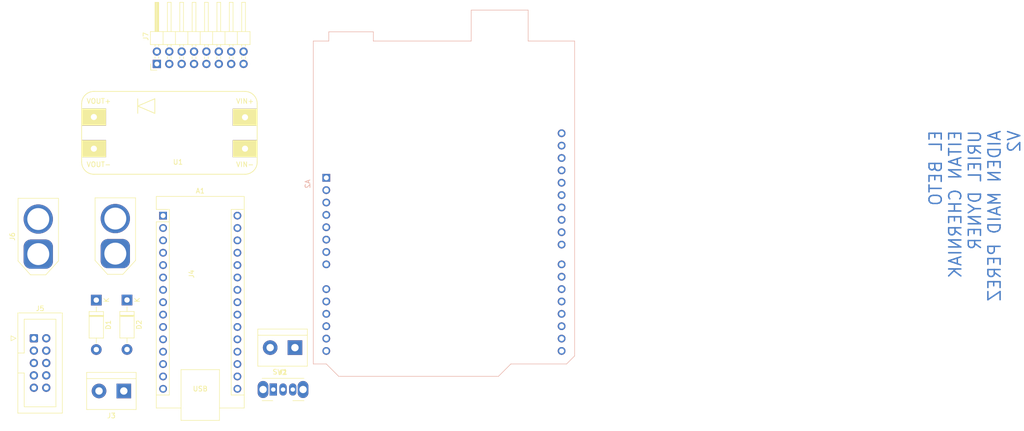
<source format=kicad_pcb>
(kicad_pcb (version 20240108) (generator "pcbnew") (generator_version "8.0")
  (layers (0 "F.Cu" signal) (31 "B.Cu" signal) (34 "B.Paste" user) (35 "F.Paste" user) (36 "B.SilkS" user "B.Silkscreen") (37 "F.SilkS" user "F.Silkscreen") (38 "B.Mask" user) (39 "F.Mask" user) (44 "Edge.Cuts" user))
  (net 0 "")
  (net 1 "AIN2 MONSTER SHIELD")
  (net 3 "ECHO 1")
  (net 5 "ECHO 3")
  (net 9 "ECHO 2")
  (net 10 "GND")
  (net 11 "TRIG 2")
  (net 12 "VIN")
  (net 13 "AIN1 MONSTER SHIELD")
  (net 14 "TRIG 3")
  (net 15 "BIN 2 MONSTER SHIELD")
  (net 16 "TRIG 1")
  (net 17 "BIN 1 MONSTER SHIELD")
  (net 18 "+5V")
  (net 19 "PWM A MONSTER SHIELD")
  (net 20 "PWM B MONSTER SHIELD")
  (net 21 "Earth")
  (net 22 "LED3")
  (net 26 "LED1")
  (net 33 "BTN2")
  (net 34 "LED2")
  (net 37 "BTN1")
  (net 41 "LED4")
  (net 44 "Net-(D1-A)")
  (net 50 "CNY 2")
  (net 51 "Entroda V Botones")
  (net 52 "Net-(J2-Pin_1)")
  (net 53 "Net-(J2-Pin_2)")
  (net 54 "CNY 1")
  (net 55 "Net-(D1-K)")
  (net 56 "MOTORES")
  (net 59 "TRIG 4")
  (net 61 "ECHO 5")
  (net 62 "CNY 3")
  (net 63 "ECHO 4")
  (net 64 "TRIG 5")
  (footprint "Connector_PinHeader_2.54mm:PinHeader_2x08_P2.54mm_Horizontal" (layer "F.Cu") (at 96.125 18.95 90)
    (property "Reference" "J7" (at 5.655 -2.27 270) (layer "F.SilkS"))
    (property "Value" "Conexion Sensores")
    (fp_line (start 6.64 -1.33) (end 3.98 -1.33) (stroke (width 0.12)) (layer "F.SilkS"))
    (fp_line (start 3.98 -1.33) (end 3.98 19.11) (stroke (width 0.12)) (layer "F.SilkS"))
    (fp_line (start -1.27 -1.27) (end 0 -1.27) (stroke (width 0.12)) (layer "F.SilkS"))
    (fp_line (start 12.64 -0.38) (end 12.64 0.38) (stroke (width 0.12)) (layer "F.SilkS"))
    (fp_line (start 6.64 -0.38) (end 12.64 -0.38) (stroke (width 0.12)) (layer "F.SilkS"))
    (fp_line (start 3.582929 -0.38) (end 3.98 -0.38) (stroke (width 0.12)) (layer "F.SilkS"))
    (fp_line (start 1.11 -0.38) (end 1.497071 -0.38) (stroke (width 0.12)) (layer "F.SilkS"))
    (fp_line (start 6.64 -0.32) (end 12.64 -0.32) (stroke (width 0.12)) (layer "F.SilkS"))
    (fp_line (start 6.64 -0.2) (end 12.64 -0.2) (stroke (width 0.12)) (layer "F.SilkS"))
    (fp_line (start 6.64 -0.08) (end 12.64 -0.08) (stroke (width 0.12)) (layer "F.SilkS"))
    (fp_line (start -1.27 0) (end -1.27 -1.27) (stroke (width 0.12)) (layer "F.SilkS"))
    (fp_line (start 6.64 0.04) (end 12.64 0.04) (stroke (width 0.12)) (layer "F.SilkS"))
    (fp_line (start 6.64 0.16) (end 12.64 0.16) (stroke (width 0.12)) (layer "F.SilkS"))
    (fp_line (start 6.64 0.28) (end 12.64 0.28) (stroke (width 0.12)) (layer "F.SilkS"))
    (fp_line (start 12.64 0.38) (end 6.64 0.38) (stroke (width 0.12)) (layer "F.SilkS"))
    (fp_line (start 3.582929 0.38) (end 3.98 0.38) (stroke (width 0.12)) (layer "F.SilkS"))
    (fp_line (start 1.11 0.38) (end 1.497071 0.38) (stroke (width 0.12)) (layer "F.SilkS"))
    (fp_line (start 3.98 1.27) (end 6.64 1.27) (stroke (width 0.12)) (layer "F.SilkS"))
    (fp_line (start 12.64 2.16) (end 12.64 2.92) (stroke (width 0.12)) (layer "F.SilkS"))
    (fp_line (start 6.64 2.16) (end 12.64 2.16) (stroke (width 0.12)) (layer "F.SilkS"))
    (fp_line (start 3.582929 2.16) (end 3.98 2.16) (stroke (width 0.12)) (layer "F.SilkS"))
    (fp_line (start 1.042929 2.16) (end 1.497071 2.16) (stroke (width 0.12)) (layer "F.SilkS"))
    (fp_line (start 12.64 2.92) (end 6.64 2.92) (stroke (width 0.12)) (layer "F.SilkS"))
    (fp_line (start 3.582929 2.92) (end 3.98 2.92) (stroke (width 0.12)) (layer "F.SilkS"))
    (fp_line (start 1.042929 2.92) (end 1.497071 2.92) (stroke (width 0.12)) (layer "F.SilkS"))
    (fp_line (start 3.98 3.81) (end 6.64 3.81) (stroke (width 0.12)) (layer "F.SilkS"))
    (fp_line (start 12.64 4.7) (end 12.64 5.46) (stroke (width 0.12)) (layer "F.SilkS"))
    (fp_line (start 6.64 4.7) (end 12.64 4.7) (stroke (width 0.12)) (layer "F.SilkS"))
    (fp_line (start 3.582929 4.7) (end 3.98 4.7) (stroke (width 0.12)) (layer "F.SilkS"))
    (fp_line (start 1.042929 4.7) (end 1.497071 4.7) (stroke (width 0.12)) (layer "F.SilkS"))
    (fp_line (start 12.64 5.46) (end 6.64 5.46) (stroke (width 0.12)) (layer "F.SilkS"))
    (fp_line (start 3.582929 5.46) (end 3.98 5.46) (stroke (width 0.12)) (layer "F.SilkS"))
    (fp_line (start 1.042929 5.46) (end 1.497071 5.46) (stroke (width 0.12)) (layer "F.SilkS"))
    (fp_line (start 3.98 6.35) (end 6.64 6.35) (stroke (width 0.12)) (layer "F.SilkS"))
    (fp_line (start 12.64 7.24) (end 12.64 8) (stroke (width 0.12)) (layer "F.SilkS"))
    (fp_line (start 6.64 7.24) (end 12.64 7.24) (stroke (width 0.12)) (layer "F.SilkS"))
    (fp_line (start 3.582929 7.24) (end 3.98 7.24) (stroke (width 0.12)) (layer "F.SilkS"))
    (fp_line (start 1.042929 7.24) (end 1.497071 7.24) (stroke (width 0.12)) (layer "F.SilkS"))
    (fp_line (start 12.64 8) (end 6.64 8) (stroke (width 0.12)) (layer "F.SilkS"))
    (fp_line (start 3.582929 8) (end 3.98 8) (stroke (width 0.12)) (layer "F.SilkS"))
    (fp_line (start 1.042929 8) (end 1.497071 8) (stroke (width 0.12)) (layer "F.SilkS"))
    (fp_line (start 3.98 8.89) (end 6.64 8.89) (stroke (width 0.12)) (layer "F.SilkS"))
    (fp_line (start 12.64 9.78) (end 12.64 10.54) (stroke (width 0.12)) (layer "F.SilkS"))
    (fp_line (start 6.64 9.78) (end 12.64 9.78) (stroke (width 0.12)) (layer "F.SilkS"))
    (fp_line (start 3.582929 9.78) (end 3.98 9.78) (stroke (width 0.12)) (layer "F.SilkS"))
    (fp_line (start 1.042929 9.78) (end 1.497071 9.78) (stroke (width 0.12)) (layer "F.SilkS"))
    (fp_line (start 12.64 10.54) (end 6.64 10.54) (stroke (width 0.12)) (layer "F.SilkS"))
    (fp_line (start 3.582929 10.54) (end 3.98 10.54) (stroke (width 0.12)) (layer "F.SilkS"))
    (fp_line (start 1.042929 10.54) (end 1.497071 10.54) (stroke (width 0.12)) (layer "F.SilkS"))
    (fp_line (start 3.98 11.43) (end 6.64 11.43) (stroke (width 0.12)) (layer "F.SilkS"))
    (fp_line (start 12.64 12.32) (end 12.64 13.08) (stroke (width 0.12)) (layer "F.SilkS"))
    (fp_line (start 6.64 12.32) (end 12.64 12.32) (stroke (width 0.12)) (layer "F.SilkS"))
    (fp_line (start 3.582929 12.32) (end 3.98 12.32) (stroke (width 0.12)) (layer "F.SilkS"))
    (fp_line (start 1.042929 12.32) (end 1.497071 12.32) (stroke (width 0.12)) (layer "F.SilkS"))
    (fp_line (start 12.64 13.08) (end 6.64 13.08) (stroke (width 0.12)) (layer "F.SilkS"))
    (fp_line (start 3.582929 13.08) (end 3.98 13.08) (stroke (width 0.12)) (layer "F.SilkS"))
    (fp_line (start 1.042929 13.08) (end 1.497071 13.08) (stroke (width 0.12)) (layer "F.SilkS"))
    (fp_line (start 3.98 13.97) (end 6.64 13.97) (stroke (width 0.12)) (layer "F.SilkS"))
    (fp_line (start 12.64 14.86) (end 12.64 15.62) (stroke (width 0.12)) (layer "F.SilkS"))
    (fp_line (start 6.64 14.86) (end 12.64 14.86) (stroke (width 0.12)) (layer "F.SilkS"))
    (fp_line (start 3.582929 14.86) (end 3.98 14.86) (stroke (width 0.12)) (layer "F.SilkS"))
    (fp_line (start 1.042929 14.86) (end 1.497071 14.86) (stroke (width 0.12)) (layer "F.SilkS"))
    (fp_line (start 12.64 15.62) (end 6.64 15.62) (stroke (width 0.12)) (layer "F.SilkS"))
    (fp_line (start 3.582929 15.62) (end 3.98 15.62) (stroke (width 0.12)) (layer "F.SilkS"))
    (fp_line (start 1.042929 15.62) (end 1.497071 15.62) (stroke (width 0.12)) (layer "F.SilkS"))
    (fp_line (start 3.98 16.51) (end 6.64 16.51) (stroke (width 0.12)) (layer "F.SilkS"))
    (fp_line (start 12.64 17.4) (end 12.64 18.16) (stroke (width 0.12)) (layer "F.SilkS"))
    (fp_line (start 6.64 17.4) (end 12.64 17.4) (stroke (width 0.12)) (layer "F.SilkS"))
    (fp_line (start 3.582929 17.4) (end 3.98 17.4) (stroke (width 0.12)) (layer "F.SilkS"))
    (fp_line (start 1.042929 17.4) (end 1.497071 17.4) (stroke (width 0.12)) (layer "F.SilkS"))
    (fp_line (start 12.64 18.16) (end 6.64 18.16) (stroke (width 0.12)) (layer "F.SilkS"))
    (fp_line (start 3.582929 18.16) (end 3.98 18.16) (stroke (width 0.12)) (layer "F.SilkS"))
    (fp_line (start 1.042929 18.16) (end 1.497071 18.16) (stroke (width 0.12)) (layer "F.SilkS"))
    (fp_line (start 6.64 19.11) (end 6.64 -1.33) (stroke (width 0.12)) (layer "F.SilkS"))
    (fp_line (start 3.98 19.11) (end 6.64 19.11) (stroke (width 0.12)) (layer "F.SilkS"))
    (pad "1" thru_hole rect (at 0 0 90) (size 1.7 1.7) (drill 1) (layers "*.Cu" "*.Mask") (net 10 "GND"))
    (pad "2" thru_hole oval (at 2.54 0 90) (size 1.7 1.7) (drill 1) (layers "*.Cu" "*.Mask") (net 16 "TRIG 1"))
    (pad "3" thru_hole oval (at 0 2.54 90) (size 1.7 1.7) (drill 1) (layers "*.Cu" "*.Mask") (net 3 "ECHO 1"))
    (pad "4" thru_hole oval (at 2.54 2.54 90) (size 1.7 1.7) (drill 1) (layers "*.Cu" "*.Mask") (net 11 "TRIG 2"))
    (pad "5" thru_hole oval (at 0 5.08 90) (size 1.7 1.7) (drill 1) (layers "*.Cu" "*.Mask") (net 9 "ECHO 2"))
    (pad "6" thru_hole oval (at 2.54 5.08 90) (size 1.7 1.7) (drill 1) (layers "*.Cu" "*.Mask") (net 5 "ECHO 3"))
    (pad "7" thru_hole oval (at 0 7.62 90) (size 1.7 1.7) (drill 1) (layers "*.Cu" "*.Mask") (net 14 "TRIG 3"))
    (pad "8" thru_hole oval (at 2.54 7.62 90) (size 1.7 1.7) (drill 1) (layers "*.Cu" "*.Mask"))
    (pad "9" thru_hole oval (at 0 10.16 90) (size 1.7 1.7) (drill 1) (layers "*.Cu" "*.Mask") (net 63 "ECHO 4"))
    (pad "10" thru_hole oval (at 2.54 10.16 90) (size 1.7 1.7) (drill 1) (layers "*.Cu" "*.Mask") (net 59 "TRIG 4"))
    (pad "11" thru_hole oval (at 0 12.7 90) (size 1.7 1.7) (drill 1) (layers "*.Cu" "*.Mask") (net 61 "ECHO 5"))
    (pad "12" thru_hole oval (at 2.54 12.7 90) (size 1.7 1.7) (drill 1) (layers "*.Cu" "*.Mask") (net 64 "TRIG 5"))
    (pad "13" thru_hole oval (at 0 15.24 90) (size 1.7 1.7) (drill 1) (layers "*.Cu" "*.Mask") (net 62 "CNY 3"))
    (pad "14" thru_hole oval (at 2.54 15.24 90) (size 1.7 1.7) (drill 1) (layers "*.Cu" "*.Mask") (net 50 "CNY 2"))
    (pad "15" thru_hole oval (at 0 17.78 90) (size 1.7 1.7) (drill 1) (layers "*.Cu" "*.Mask") (net 54 "CNY 1"))
    (pad "16" thru_hole oval (at 2.54 17.78 90) (size 1.7 1.7) (drill 1) (layers "*.Cu" "*.Mask") (net 18 "+5V"))
  )
  (footprint "Connector_AMASS:AMASS_XT60-M_1x02_P7.20mm_Vertical" (layer "F.Cu") (at 87.6 57.9 90)
    (property "Reference" "J4" (at -4.18 15.64 -90) (layer "F.SilkS"))
    (property "Value" "Power Input 2")
    (fp_line (start 11.45 -4.15) (end -1.4 -4.15) (stroke (width 0.12)) (layer "F.SilkS"))
    (fp_line (start -1.4 -4.15) (end -4.25 -1.6) (stroke (width 0.12)) (layer "F.SilkS"))
    (fp_line (start -4.25 -1.6) (end -4.25 1.55) (stroke (width 0.12)) (layer "F.SilkS"))
    (fp_line (start -4.25 1.55) (end -1.4 4.15) (stroke (width 0.12)) (layer "F.SilkS"))
    (fp_line (start 11.45 4.15) (end 11.45 -4.15) (stroke (width 0.12)) (layer "F.SilkS"))
    (fp_line (start -1.4 4.15) (end 11.45 4.15) (stroke (width 0.12)) (layer "F.SilkS"))
    (pad "1" thru_hole roundrect (at 0 0 90) (size 6 6) (drill 4.5) (layers "*.Cu" "*.Mask") (net 44 "Net-(D1-A)"))
    (pad "2" thru_hole circle (at 7.2 0 90) (size 6 6) (drill 4.5) (layers "*.Cu" "*.Mask") (net 10 "GND"))
  )
  (footprint "Connector_AMASS:AMASS_XT60-M_1x02_P7.20mm_Vertical" (layer "F.Cu") (at 71.8 58 90)
    (property "Reference" "J6" (at 3.6 -5.3 270) (layer "F.SilkS"))
    (property "Value" "Power Input 1")
    (fp_line (start 11.45 -4.15) (end -1.4 -4.15) (stroke (width 0.12)) (layer "F.SilkS"))
    (fp_line (start -1.4 -4.15) (end -4.25 -1.6) (stroke (width 0.12)) (layer "F.SilkS"))
    (fp_line (start -4.25 -1.6) (end -4.25 1.55) (stroke (width 0.12)) (layer "F.SilkS"))
    (fp_line (start -4.25 1.55) (end -1.4 4.15) (stroke (width 0.12)) (layer "F.SilkS"))
    (fp_line (start 11.45 4.15) (end 11.45 -4.15) (stroke (width 0.12)) (layer "F.SilkS"))
    (fp_line (start -1.4 4.15) (end 11.45 4.15) (stroke (width 0.12)) (layer "F.SilkS"))
    (pad "1" thru_hole roundrect (at 0 0 90) (size 6 6) (drill 4.5) (layers "*.Cu" "*.Mask") (net 44 "Net-(D1-A)"))
    (pad "2" thru_hole circle (at 7.2 0 90) (size 6 6) (drill 4.5) (layers "*.Cu" "*.Mask") (net 10 "GND"))
  )
  (footprint "Diode_THT:D_DO-41_SOD81_P10.16mm_Horizontal" (layer "F.Cu") (at 83.7 67.44 -90)
    (property "Reference" "D1" (at 5.08 -2.47 90) (layer "F.SilkS"))
    (property "Value" "1N4007")
    (fp_line (start 2.36 1.47) (end 7.8 1.47) (stroke (width 0.12)) (layer "F.SilkS"))
    (fp_line (start 7.8 1.47) (end 7.8 -1.47) (stroke (width 0.12)) (layer "F.SilkS"))
    (fp_line (start 1.34 0) (end 2.36 0) (stroke (width 0.12)) (layer "F.SilkS"))
    (fp_line (start 8.82 0) (end 7.8 0) (stroke (width 0.12)) (layer "F.SilkS"))
    (fp_line (start 2.36 -1.47) (end 2.36 1.47) (stroke (width 0.12)) (layer "F.SilkS"))
    (fp_line (start 3.14 -1.47) (end 3.14 1.47) (stroke (width 0.12)) (layer "F.SilkS"))
    (fp_line (start 3.26 -1.47) (end 3.26 1.47) (stroke (width 0.12)) (layer "F.SilkS"))
    (fp_line (start 3.38 -1.47) (end 3.38 1.47) (stroke (width 0.12)) (layer "F.SilkS"))
    (fp_line (start 7.8 -1.47) (end 2.36 -1.47) (stroke (width 0.12)) (layer "F.SilkS"))
    (fp_text user "K" (at 0 -2.1 90) (layer "F.SilkS"))
    (pad "1" thru_hole rect (at 0 0 270) (size 2.2 2.2) (drill 1.1) (layers "*.Cu" "*.Mask") (net 55 "Net-(D1-K)"))
    (pad "2" thru_hole oval (at 10.16 0 270) (size 2.2 2.2) (drill 1.1) (layers "*.Cu" "*.Mask") (net 44 "Net-(D1-A)"))
  )
  (footprint "Connector_IDC:IDC-Header_2x05_P2.54mm_Vertical" (layer "F.Cu") (at 70.9 75.28)
    (property "Reference" "J5" (at 1.27 -6.1 360) (layer "F.SilkS"))
    (property "Value" "IDC Placa Botones")
    (fp_line (start -4.68 -0.5) (end -4.68 0.5) (stroke (width 0.12)) (layer "F.SilkS"))
    (fp_line (start -4.68 0.5) (end -3.68 0) (stroke (width 0.12)) (layer "F.SilkS"))
    (fp_line (start -3.68 0) (end -4.68 -0.5) (stroke (width 0.12)) (layer "F.SilkS"))
    (fp_line (start -3.29 -5.21) (end 5.83 -5.21) (stroke (width 0.12)) (layer "F.SilkS"))
    (fp_line (start -3.29 3.03) (end -1.98 3.03) (stroke (width 0.12)) (layer "F.SilkS"))
    (fp_line (start -3.29 15.37) (end -3.29 -5.21) (stroke (width 0.12)) (layer "F.SilkS"))
    (fp_line (start -1.98 -3.91) (end 4.52 -3.91) (stroke (width 0.12)) (layer "F.SilkS"))
    (fp_line (start -1.98 3.03) (end -1.98 -3.91) (stroke (width 0.12)) (layer "F.SilkS"))
    (fp_line (start -1.98 7.13) (end -3.29 7.13) (stroke (width 0.12)) (layer "F.SilkS"))
    (fp_line (start -1.98 7.13) (end -1.98 7.13) (stroke (width 0.12)) (layer "F.SilkS"))
    (fp_line (start -1.98 14.07) (end -1.98 7.13) (stroke (width 0.12)) (layer "F.SilkS"))
    (fp_line (start 4.52 -3.91) (end 4.52 14.07) (stroke (width 0.12)) (layer "F.SilkS"))
    (fp_line (start 4.52 14.07) (end -1.98 14.07) (stroke (width 0.12)) (layer "F.SilkS"))
    (fp_line (start 5.83 -5.21) (end 5.83 15.37) (stroke (width 0.12)) (layer "F.SilkS"))
    (fp_line (start 5.83 15.37) (end -3.29 15.37) (stroke (width 0.12)) (layer "F.SilkS"))
    (pad "1" thru_hole roundrect (at 0 0) (size 1.7 1.7) (drill 1) (layers "*.Cu" "*.Mask") (roundrect_rratio 0.147059) (net 26 "LED1"))
    (pad "2" thru_hole circle (at 2.54 0) (size 1.7 1.7) (drill 1) (layers "*.Cu" "*.Mask") (net 34 "LED2"))
    (pad "3" thru_hole circle (at 0 2.54) (size 1.7 1.7) (drill 1) (layers "*.Cu" "*.Mask") (net 10 "GND"))
    (pad "4" thru_hole circle (at 2.54 2.54) (size 1.7 1.7) (drill 1) (layers "*.Cu" "*.Mask") (net 22 "LED3"))
    (pad "5" thru_hole circle (at 0 5.08) (size 1.7 1.7) (drill 1) (layers "*.Cu" "*.Mask") (net 33 "BTN2"))
    (pad "6" thru_hole circle (at 2.54 5.08) (size 1.7 1.7) (drill 1) (layers "*.Cu" "*.Mask") (net 41 "LED4"))
    (pad "7" thru_hole circle (at 0 7.62) (size 1.7 1.7) (drill 1) (layers "*.Cu" "*.Mask") (net 37 "BTN1"))
    (pad "8" thru_hole circle (at 2.54 7.62) (size 1.7 1.7) (drill 1) (layers "*.Cu" "*.Mask"))
    (pad "9" thru_hole circle (at 0 10.16) (size 1.7 1.7) (drill 1) (layers "*.Cu" "*.Mask"))
    (pad "10" thru_hole circle (at 2.54 10.16) (size 1.7 1.7) (drill 1) (layers "*.Cu" "*.Mask"))
  )
  (footprint "Module:Arduino_Nano" (layer "F.Cu") (at 97.4 50.1)
    (property "Reference" "A1" (at 7.62 -5.08 360) (layer "F.SilkS"))
    (property "Value" "Arduino_Nano_v3.x")
    (fp_line (start -1.4 -3.94) (end -1.4 -1.27) (stroke (width 0.12)) (layer "F.SilkS"))
    (fp_line (start -1.4 1.27) (end -1.4 39.5) (stroke (width 0.12)) (layer "F.SilkS"))
    (fp_line (start -1.4 39.5) (end 3.68 39.5) (stroke (width 0.12)) (layer "F.SilkS"))
    (fp_line (start 1.27 -1.27) (end -1.4 -1.27) (stroke (width 0.12)) (layer "F.SilkS"))
    (fp_line (start 1.27 1.27) (end -1.4 1.27) (stroke (width 0.12)) (layer "F.SilkS"))
    (fp_line (start 1.27 1.27) (end 1.27 -1.27) (stroke (width 0.12)) (layer "F.SilkS"))
    (fp_line (start 1.27 1.27) (end 1.27 36.83) (stroke (width 0.12)) (layer "F.SilkS"))
    (fp_line (start 1.27 36.83) (end -1.4 36.83) (stroke (width 0.12)) (layer "F.SilkS"))
    (fp_line (start 3.68 31.62) (end 11.56 31.62) (stroke (width 0.12)) (layer "F.SilkS"))
    (fp_line (start 3.68 42.04) (end 3.68 31.62) (stroke (width 0.12)) (layer "F.SilkS"))
    (fp_line (start 11.56 31.62) (end 11.56 42.04) (stroke (width 0.12)) (layer "F.SilkS"))
    (fp_line (start 11.56 42.04) (end 3.68 42.04) (stroke (width 0.12)) (layer "F.SilkS"))
    (fp_line (start 13.97 -1.27) (end 13.97 36.83) (stroke (width 0.12)) (layer "F.SilkS"))
    (fp_line (start 13.97 -1.27) (end 16.64 -1.27) (stroke (width 0.12)) (layer "F.SilkS"))
    (fp_line (start 13.97 36.83) (end 16.64 36.83) (stroke (width 0.12)) (layer "F.SilkS"))
    (fp_line (start 16.64 -3.94) (end -1.4 -3.94) (stroke (width 0.12)) (layer "F.SilkS"))
    (fp_line (start 16.64 39.5) (end 11.56 39.5) (stroke (width 0.12)) (layer "F.SilkS"))
    (fp_line (start 16.64 39.5) (end 16.64 -3.94) (stroke (width 0.12)) (layer "F.SilkS"))
    (fp_text user "USB" (at 7.62 35.56 0) (layer "F.SilkS"))
    (pad "1" thru_hole rect (at 0 0) (size 1.6 1.6) (drill 1) (layers "*.Cu" "*.Mask"))
    (pad "2" thru_hole oval (at 0 2.54) (size 1.6 1.6) (drill 1) (layers "*.Cu" "*.Mask"))
    (pad "3" thru_hole oval (at 0 5.08) (size 1.6 1.6) (drill 1) (layers "*.Cu" "*.Mask"))
    (pad "4" thru_hole oval (at 0 7.62) (size 1.6 1.6) (drill 1) (layers "*.Cu" "*.Mask") (net 10 "GND"))
    (pad "5" thru_hole oval (at 0 10.16) (size 1.6 1.6) (drill 1) (layers "*.Cu" "*.Mask") (net 1 "AIN2 MONSTER SHIELD"))
    (pad "6" thru_hole oval (at 0 12.7) (size 1.6 1.6) (drill 1) (layers "*.Cu" "*.Mask") (net 20 "PWM B MONSTER SHIELD"))
    (pad "7" thru_hole oval (at 0 15.24) (size 1.6 1.6) (drill 1) (layers "*.Cu" "*.Mask") (net 15 "BIN 2 MONSTER SHIELD"))
    (pad "8" thru_hole oval (at 0 17.78) (size 1.6 1.6) (drill 1) (layers "*.Cu" "*.Mask") (net 19 "PWM A MONSTER SHIELD"))
    (pad "9" thru_hole oval (at 0 20.32) (size 1.6 1.6) (drill 1) (layers "*.Cu" "*.Mask") (net 17 "BIN 1 MONSTER SHIELD"))
    (pad "10" thru_hole oval (at 0 22.86) (size 1.6 1.6) (drill 1) (layers "*.Cu" "*.Mask") (net 9 "ECHO 2"))
    (pad "11" thru_hole oval (at 0 25.4) (size 1.6 1.6) (drill 1) (layers "*.Cu" "*.Mask") (net 11 "TRIG 2"))
    (pad "12" thru_hole oval (at 0 27.94) (size 1.6 1.6) (drill 1) (layers "*.Cu" "*.Mask") (net 16 "TRIG 1"))
    (pad "13" thru_hole oval (at 0 30.48) (size 1.6 1.6) (drill 1) (layers "*.Cu" "*.Mask") (net 3 "ECHO 1"))
    (pad "14" thru_hole oval (at 0 33.02) (size 1.6 1.6) (drill 1) (layers "*.Cu" "*.Mask") (net 5 "ECHO 3"))
    (pad "15" thru_hole oval (at 0 35.56) (size 1.6 1.6) (drill 1) (layers "*.Cu" "*.Mask") (net 14 "TRIG 3"))
    (pad "16" thru_hole oval (at 15.24 35.56) (size 1.6 1.6) (drill 1) (layers "*.Cu" "*.Mask") (net 41 "LED4"))
    (pad "17" thru_hole oval (at 15.24 33.02) (size 1.6 1.6) (drill 1) (layers "*.Cu" "*.Mask"))
    (pad "18" thru_hole oval (at 15.24 30.48) (size 1.6 1.6) (drill 1) (layers "*.Cu" "*.Mask"))
    (pad "19" thru_hole oval (at 15.24 27.94) (size 1.6 1.6) (drill 1) (layers "*.Cu" "*.Mask") (net 22 "LED3"))
    (pad "20" thru_hole oval (at 15.24 25.4) (size 1.6 1.6) (drill 1) (layers "*.Cu" "*.Mask") (net 54 "CNY 1"))
    (pad "21" thru_hole oval (at 15.24 22.86) (size 1.6 1.6) (drill 1) (layers "*.Cu" "*.Mask") (net 50 "CNY 2"))
    (pad "22" thru_hole oval (at 15.24 20.32) (size 1.6 1.6) (drill 1) (layers "*.Cu" "*.Mask") (net 34 "LED2"))
    (pad "23" thru_hole oval (at 15.24 17.78) (size 1.6 1.6) (drill 1) (layers "*.Cu" "*.Mask") (net 26 "LED1"))
    (pad "24" thru_hole oval (at 15.24 15.24) (size 1.6 1.6) (drill 1) (layers "*.Cu" "*.Mask") (net 13 "AIN1 MONSTER SHIELD"))
    (pad "25" thru_hole oval (at 15.24 12.7) (size 1.6 1.6) (drill 1) (layers "*.Cu" "*.Mask") (net 37 "BTN1"))
    (pad "26" thru_hole oval (at 15.24 10.16) (size 1.6 1.6) (drill 1) (layers "*.Cu" "*.Mask") (net 33 "BTN2"))
    (pad "27" thru_hole oval (at 15.24 7.62) (size 1.6 1.6) (drill 1) (layers "*.Cu" "*.Mask") (net 18 "+5V"))
    (pad "28" thru_hole oval (at 15.24 5.08) (size 1.6 1.6) (drill 1) (layers "*.Cu" "*.Mask"))
    (pad "29" thru_hole oval (at 15.24 2.54) (size 1.6 1.6) (drill 1) (layers "*.Cu" "*.Mask") (net 10 "GND"))
    (pad "30" thru_hole oval (at 15.24 0) (size 1.6 1.6) (drill 1) (layers "*.Cu" "*.Mask") (net 12 "VIN"))
  )
  (footprint "Button_Switch_THT:SW_Slide_SPDT_Angled_CK_OS102011MA1Q" (layer "F.Cu") (at 120 85.8)
    (property "Reference" "SW1" (at 1.4 -3.6 360) (layer "F.SilkS"))
    (property "Value" "On/Off Motores")
    (fp_line (start -2.3 -2.3) (end 6.3 -2.3) (stroke (width 0.12)) (layer "F.SilkS"))
    (fp_line (start -2.3 2.3) (end -0.1 2.3) (stroke (width 0.12)) (layer "F.SilkS"))
    (fp_line (start 4 2.3) (end 6.3 2.3) (stroke (width 0.12)) (layer "F.SilkS"))
    (pad "" thru_hole oval (at -2.1 0) (size 2.2 3.5) (drill 1.5) (layers "*.Cu" "*.Mask"))
    (pad "" thru_hole oval (at 6.1 0) (size 2.2 3.5) (drill 1.5) (layers "*.Cu" "*.Mask"))
    (pad "1" thru_hole rect (at 0 0) (size 1.5 2.5) (drill 0.9) (layers "*.Cu" "*.Mask") (net 53 "Net-(J2-Pin_2)"))
    (pad "2" thru_hole oval (at 2 0) (size 1.5 2.5) (drill 0.9) (layers "*.Cu" "*.Mask") (net 56 "MOTORES"))
    (pad "3" thru_hole oval (at 4 0) (size 1.5 2.5) (drill 0.9) (layers "*.Cu" "*.Mask"))
  )
  (footprint "TerminalBlock:TerminalBlock_bornier-2_P5.08mm" (layer "F.Cu") (at 89.34 86.1 180)
    (property "Reference" "J3" (at 2.54 -5.08 180) (layer "F.SilkS"))
    (property "Value" "On/Off General")
    (fp_line (start 7.62 3.81) (end 7.62 -3.81) (stroke (width 0.12)) (layer "F.SilkS"))
    (fp_line (start 7.62 2.54) (end -2.54 2.54) (stroke (width 0.12)) (layer "F.SilkS"))
    (fp_line (start 7.62 -3.81) (end -2.54 -3.81) (stroke (width 0.12)) (layer "F.SilkS"))
    (fp_line (start -2.54 3.81) (end 7.62 3.81) (stroke (width 0.12)) (layer "F.SilkS"))
    (fp_line (start -2.54 -3.81) (end -2.54 3.81) (stroke (width 0.12)) (layer "F.SilkS"))
    (pad "1" thru_hole rect (at 0 0 180) (size 3 3) (drill 1.52) (layers "*.Cu" "*.Mask") (net 56 "MOTORES"))
    (pad "2" thru_hole circle (at 5.08 0 180) (size 3 3) (drill 1.52) (layers "*.Cu" "*.Mask") (net 55 "Net-(D1-K)"))
  )
  (footprint "TerminalBlock:TerminalBlock_bornier-2_P5.08mm" (layer "F.Cu") (at 124.44 77.2 180)
    (property "Reference" "J2" (at 2.54 -5.08 180) (layer "F.SilkS"))
    (property "Value" "Power Monster")
    (fp_line (start 7.62 3.81) (end 7.62 -3.81) (stroke (width 0.12)) (layer "F.SilkS"))
    (fp_line (start 7.62 2.54) (end -2.54 2.54) (stroke (width 0.12)) (layer "F.SilkS"))
    (fp_line (start 7.62 -3.81) (end -2.54 -3.81) (stroke (width 0.12)) (layer "F.SilkS"))
    (fp_line (start -2.54 3.81) (end 7.62 3.81) (stroke (width 0.12)) (layer "F.SilkS"))
    (fp_line (start -2.54 -3.81) (end -2.54 3.81) (stroke (width 0.12)) (layer "F.SilkS"))
    (pad "1" thru_hole rect (at 0 0 180) (size 3 3) (drill 1.52) (layers "*.Cu" "*.Mask") (net 10 "GND"))
    (pad "2" thru_hole circle (at 5.08 0 180) (size 3 3) (drill 1.52) (layers "*.Cu" "*.Mask") (net 53 "Net-(J2-Pin_2)"))
  )
  (footprint "Diode_THT:D_DO-41_SOD81_P10.16mm_Horizontal" (layer "F.Cu") (at 90 67.42 -90)
    (property "Reference" "D2" (at 5.08 -2.47 90) (layer "F.SilkS"))
    (property "Value" "1N4007")
    (fp_line (start 2.36 1.47) (end 7.8 1.47) (stroke (width 0.12)) (layer "F.SilkS"))
    (fp_line (start 7.8 1.47) (end 7.8 -1.47) (stroke (width 0.12)) (layer "F.SilkS"))
    (fp_line (start 1.34 0) (end 2.36 0) (stroke (width 0.12)) (layer "F.SilkS"))
    (fp_line (start 8.82 0) (end 7.8 0) (stroke (width 0.12)) (layer "F.SilkS"))
    (fp_line (start 2.36 -1.47) (end 2.36 1.47) (stroke (width 0.12)) (layer "F.SilkS"))
    (fp_line (start 3.14 -1.47) (end 3.14 1.47) (stroke (width 0.12)) (layer "F.SilkS"))
    (fp_line (start 3.26 -1.47) (end 3.26 1.47) (stroke (width 0.12)) (layer "F.SilkS"))
    (fp_line (start 3.38 -1.47) (end 3.38 1.47) (stroke (width 0.12)) (layer "F.SilkS"))
    (fp_line (start 7.8 -1.47) (end 2.36 -1.47) (stroke (width 0.12)) (layer "F.SilkS"))
    (fp_text user "K" (at 0 -2.1 90) (layer "F.SilkS"))
    (pad "1" thru_hole rect (at 0 0 270) (size 2.2 2.2) (drill 1.1) (layers "*.Cu" "*.Mask") (net 55 "Net-(D1-K)"))
    (pad "2" thru_hole oval (at 10.16 0 270) (size 2.2 2.2) (drill 1.1) (layers "*.Cu" "*.Mask") (net 44 "Net-(D1-A)"))
  )
  (footprint "misc_footprints:MT3608_module" (layer "F.Cu") (at 100.2 33.1)
    (property "Reference" "U1" (at 0.25 6 360) (layer "F.SilkS"))
    (property "Value" "~")
    (fp_line (start -19.5 -6) (end -19.5 6) (stroke (width 0.15)) (layer "F.SilkS"))
    (fp_line (start -17 8.5) (end 14 8.5) (stroke (width 0.15)) (layer "F.SilkS"))
    (fp_line (start -8 -7) (end -8 -4) (stroke (width 0.15)) (layer "F.SilkS"))
    (fp_line (start -8 -5.5) (end -4.5 -7) (stroke (width 0.15)) (layer "F.SilkS"))
    (fp_line (start -4.5 -7) (end -4.5 -4) (stroke (width 0.15)) (layer "F.SilkS"))
    (fp_line (start -4.5 -4) (end -8 -5.5) (stroke (width 0.15)) (layer "F.SilkS"))
    (fp_line (start 14 -8.5) (end -17 -8.5) (stroke (width 0.15)) (layer "F.SilkS"))
    (fp_line (start 16.5 6) (end 16.5 -6) (stroke (width 0.15)) (layer "F.SilkS"))
    (fp_arc (start -19.5 -6) (mid -18.767767 -7.767767) (end -17 -8.5) (stroke (width 0.15)) (layer "F.SilkS"))
    (fp_arc (start -17 8.5) (mid -18.767767 7.767767) (end -19.5 6) (stroke (width 0.15)) (layer "F.SilkS"))
    (fp_arc (start 14 -8.5) (mid 15.767767 -7.767767) (end 16.5 -6) (stroke (width 0.15)) (layer "F.SilkS"))
    (fp_arc (start 16.5 6) (mid 15.767767 7.767767) (end 14 8.5) (stroke (width 0.15)) (layer "F.SilkS"))
    (fp_text user "VOUT+" (at -16 -6.5 360) (layer "F.SilkS"))
    (fp_text user "VIN-" (at 14 6.5 360) (layer "F.SilkS"))
    (fp_text user "VIN+" (at 14 -6.5 360) (layer "F.SilkS"))
    (fp_text user "VOUT-" (at -16 6.5 360) (layer "F.SilkS"))
    (pad "VIN+" thru_hole rect (at 14 -3.2 180) (size 5 3.5) (drill 1.25) (layers "*.Cu" "*.Mask" "F.SilkS") (net 51 "Entroda V Botones"))
    (pad "VIN-" thru_hole rect (at 14 3.25 180) (size 5 3.5) (drill 1.25) (layers "*.Cu" "*.Mask" "F.SilkS") (net 21 "Earth"))
    (pad "VOUT+" thru_hole rect (at -17 -3.25 180) (size 5 3.5) (drill 1.25) (layers "*.Cu" "*.Mask" "F.SilkS") (net 53 "Net-(J2-Pin_2)"))
    (pad "VOUT-" thru_hole rect (at -17 3.25 180) (size 5 3.5) (drill 1.25) (layers "*.Cu" "*.Mask" "F.SilkS") (net 52 "Net-(J2-Pin_1)"))
  )
  (footprint "Module:Arduino_UNO_R3" (layer "B.Cu") (at 130.87 42.325 -90)
    (property "Reference" "A2" (at 1.27 3.81 90) (layer "B.SilkS") (effects (justify mirror)))
    (property "Value" "MONSTER SHIELD")
    (fp_line (start -28.07 2.67) (end 38.23 2.67) (stroke (width 0.12)) (layer "B.SilkS"))
    (fp_line (start 38.23 2.67) (end 38.23 0) (stroke (width 0.12)) (layer "B.SilkS"))
    (fp_line (start 38.23 0) (end 40.77 -2.54) (stroke (width 0.12)) (layer "B.SilkS"))
    (fp_line (start -29.97 -0.51) (end -28.07 -0.51) (stroke (width 0.12)) (layer "B.SilkS"))
    (fp_line (start -28.07 -0.51) (end -28.07 2.67) (stroke (width 0.12)) (layer "B.SilkS"))
    (fp_line (start 40.77 -2.54) (end 40.77 -35.31) (stroke (width 0.12)) (layer "B.SilkS"))
    (fp_line (start -29.97 -9.65) (end -29.97 -0.51) (stroke (width 0.12)) (layer "B.SilkS"))
    (fp_line (start -28.07 -9.65) (end -29.97 -9.65) (stroke (width 0.12)) (layer "B.SilkS"))
    (fp_line (start -34.42 -29.72) (end -28.07 -29.72) (stroke (width 0.12)) (layer "B.SilkS"))
    (fp_line (start -28.07 -29.72) (end -28.07 -9.65) (stroke (width 0.12)) (layer "B.SilkS"))
    (fp_line (start 40.77 -35.31) (end 38.23 -37.85) (stroke (width 0.12)) (layer "B.SilkS"))
    (fp_line (start 38.23 -37.85) (end 38.23 -49.28) (stroke (width 0.12)) (layer "B.SilkS"))
    (fp_line (start -34.42 -41.4) (end -34.42 -29.72) (stroke (width 0.12)) (layer "B.SilkS"))
    (fp_line (start -28.07 -41.4) (end -34.42 -41.4) (stroke (width 0.12)) (layer "B.SilkS"))
    (fp_line (start 38.23 -49.28) (end 36.58 -50.93) (stroke (width 0.12)) (layer "B.SilkS"))
    (fp_line (start -28.07 -50.93) (end -28.07 -41.4) (stroke (width 0.12)) (layer "B.SilkS"))
    (fp_line (start 36.58 -50.93) (end -28.07 -50.93) (stroke (width 0.12)) (layer "B.SilkS"))
    (pad "1" thru_hole rect (at 0 0 180) (size 1.6 1.6) (drill 1) (layers "*.Cu" "*.Mask"))
    (pad "2" thru_hole oval (at 2.54 0 180) (size 1.6 1.6) (drill 1) (layers "*.Cu" "*.Mask"))
    (pad "3" thru_hole oval (at 5.08 0 180) (size 1.6 1.6) (drill 1) (layers "*.Cu" "*.Mask"))
    (pad "4" thru_hole oval (at 7.62 0 180) (size 1.6 1.6) (drill 1) (layers "*.Cu" "*.Mask"))
    (pad "5" thru_hole oval (at 10.16 0 180) (size 1.6 1.6) (drill 1) (layers "*.Cu" "*.Mask") (net 18 "+5V"))
    (pad "6" thru_hole oval (at 12.7 0 180) (size 1.6 1.6) (drill 1) (layers "*.Cu" "*.Mask") (net 10 "GND"))
    (pad "7" thru_hole oval (at 15.24 0 180) (size 1.6 1.6) (drill 1) (layers "*.Cu" "*.Mask") (net 10 "GND"))
    (pad "8" thru_hole oval (at 17.78 0 180) (size 1.6 1.6) (drill 1) (layers "*.Cu" "*.Mask") (net 12 "VIN"))
    (pad "9" thru_hole oval (at 22.86 0 180) (size 1.6 1.6) (drill 1) (layers "*.Cu" "*.Mask") (net 18 "+5V"))
    (pad "10" thru_hole oval (at 25.4 0 180) (size 1.6 1.6) (drill 1) (layers "*.Cu" "*.Mask") (net 18 "+5V"))
    (pad "11" thru_hole oval (at 27.94 0 180) (size 1.6 1.6) (drill 1) (layers "*.Cu" "*.Mask"))
    (pad "12" thru_hole oval (at 30.48 0 180) (size 1.6 1.6) (drill 1) (layers "*.Cu" "*.Mask"))
    (pad "13" thru_hole oval (at 33.02 0 180) (size 1.6 1.6) (drill 1) (layers "*.Cu" "*.Mask"))
    (pad "14" thru_hole oval (at 35.56 0 180) (size 1.6 1.6) (drill 1) (layers "*.Cu" "*.Mask"))
    (pad "15" thru_hole oval (at 35.56 -48.26 180) (size 1.6 1.6) (drill 1) (layers "*.Cu" "*.Mask"))
    (pad "16" thru_hole oval (at 33.02 -48.26 180) (size 1.6 1.6) (drill 1) (layers "*.Cu" "*.Mask"))
    (pad "17" thru_hole oval (at 30.48 -48.26 180) (size 1.6 1.6) (drill 1) (layers "*.Cu" "*.Mask"))
    (pad "18" thru_hole oval (at 27.94 -48.26 180) (size 1.6 1.6) (drill 1) (layers "*.Cu" "*.Mask"))
    (pad "19" thru_hole oval (at 25.4 -48.26 180) (size 1.6 1.6) (drill 1) (layers "*.Cu" "*.Mask") (net 17 "BIN 1 MONSTER SHIELD"))
    (pad "20" thru_hole oval (at 22.86 -48.26 180) (size 1.6 1.6) (drill 1) (layers "*.Cu" "*.Mask") (net 19 "PWM A MONSTER SHIELD"))
    (pad "21" thru_hole oval (at 20.32 -48.26 180) (size 1.6 1.6) (drill 1) (layers "*.Cu" "*.Mask") (net 20 "PWM B MONSTER SHIELD"))
    (pad "22" thru_hole oval (at 17.78 -48.26 180) (size 1.6 1.6) (drill 1) (layers "*.Cu" "*.Mask") (net 13 "AIN1 MONSTER SHIELD"))
    (pad "23" thru_hole oval (at 13.72 -48.26 180) (size 1.6 1.6) (drill 1) (layers "*.Cu" "*.Mask") (net 1 "AIN2 MONSTER SHIELD"))
    (pad "24" thru_hole oval (at 11.18 -48.26 180) (size 1.6 1.6) (drill 1) (layers "*.Cu" "*.Mask") (net 15 "BIN 2 MONSTER SHIELD"))
    (pad "25" thru_hole oval (at 8.64 -48.26 180) (size 1.6 1.6) (drill 1) (layers "*.Cu" "*.Mask"))
    (pad "26" thru_hole oval (at 6.1 -48.26 180) (size 1.6 1.6) (drill 1) (layers "*.Cu" "*.Mask"))
    (pad "27" thru_hole oval (at 3.56 -48.26 180) (size 1.6 1.6) (drill 1) (layers "*.Cu" "*.Mask"))
    (pad "28" thru_hole oval (at 1.02 -48.26 180) (size 1.6 1.6) (drill 1) (layers "*.Cu" "*.Mask"))
    (pad "29" thru_hole oval (at -1.52 -48.26 180) (size 1.6 1.6) (drill 1) (layers "*.Cu" "*.Mask") (net 10 "GND"))
    (pad "30" thru_hole oval (at -4.06 -48.26 180) (size 1.6 1.6) (drill 1) (layers "*.Cu" "*.Mask"))
    (pad "31" thru_hole oval (at -6.6 -48.26 180) (size 1.6 1.6) (drill 1) (layers "*.Cu" "*.Mask"))
    (pad "32" thru_hole oval (at -9.14 -48.26 180) (size 1.6 1.6) (drill 1) (layers "*.Cu" "*.Mask"))
  )
  (gr_text "EL BETO \nEITAN CHERNIAK\nURIEL DYNER \nAIDEN MAID PEREZ\nV2" (at 273.4 32.4 90) (layer "B.Cu") (effects (font (size 2.5 2.5) (thickness 0.3) (bold yes)) (justify left bottom mirror)))
)
</source>
